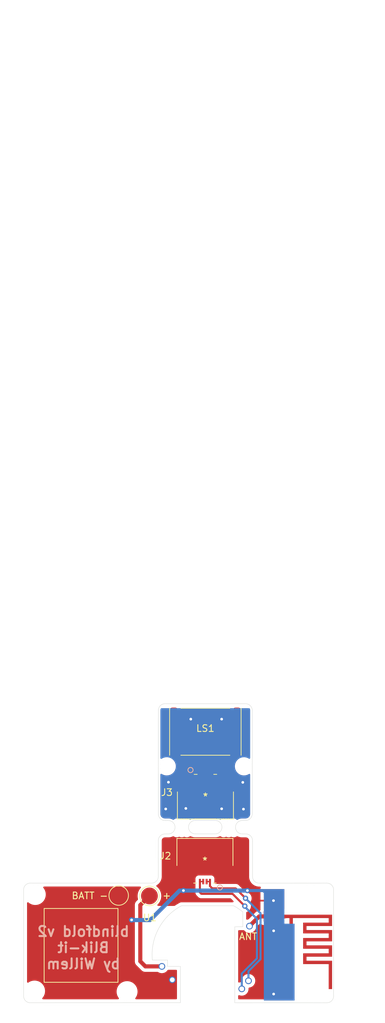
<source format=kicad_pcb>
(kicad_pcb (version 20211014) (generator pcbnew)
  (layers (0 "F.Cu" signal) (31 "B.Cu" signal) (34 "B.Paste" user) (35 "F.Paste" user) (36 "B.SilkS" user "B.Silkscreen") (37 "F.SilkS" user "F.Silkscreen") (38 "B.Mask" user) (39 "F.Mask" user) (44 "Edge.Cuts" user))
  (net 0 "")
  (net 1 "/BT_SPK-")
  (net 2 "/BT_SPK+")
  (net 3 "/SPK-")
  (net 4 "/SPK+")
  (net 5 "/BATT+")
  (net 6 "GND")
  (net 7 "Net-(U1-Pad1)")
  (net 8 "GND2")
  (footprint "Audio_Module:bt_player" (layer "F.Cu") (at 154.184147 115.488923 180)
    (fp_text reference "U1" (at 8.6 5.5) (layer "F.SilkS"))
    (fp_text value "bt_player")
    (fp_text user "ANT" (at -6.05 2.7) (layer "F.SilkS"))
    (pad "1" thru_hole circle locked (at -6.25 4.25 180) (size 1 1) (drill 0.7) (layers *.Cu *.Mask) (net 7 "Net-(U1-Pad1)"))
    (pad "2" thru_hole circle locked (at -6.1 -3.9 180) (size 1 1) (drill 0.7) (layers *.Cu *.Mask) (net 2 "/BT_SPK+"))
    (pad "3" thru_hole circle locked (at -5.1 -5.1 180) (size 1 1) (drill 0.7) (layers *.Cu *.Mask) (net 1 "/BT_SPK-"))
    (pad "4" thru_hole circle locked (at 5.25 -3.75 180) (size 1 1) (drill 0.7) (layers *.Cu *.Mask) (net 6 "GND"))
    (pad "5" thru_hole circle locked (at 6.8 -1.75 180) (size 1 1) (drill 0.7) (layers *.Cu *.Mask) (net 5 "/BATT+"))
  )
  (footprint "MountingHole:MountingHole_2.1mm_smallCntry" (layer "F.Cu") (at 128.524 106.5276)
    (fp_text reference "H1" hide)
    (fp_text value "MountingHole")
    (pad "" np_thru_hole circle (at 0 0) (size 2.1 2.1) (drill 2.1) (layers *.Cu *.Mask))
  )
  (footprint "MountingHole:MountingHole_2.1mm_smallCntry" (layer "F.Cu") (at 128.41732 120.91416)
    (fp_text reference "H2" hide)
    (fp_text value "MountingHole")
    (pad "" np_thru_hole circle (at 0 0) (size 2.1 2.1) (drill 2.1) (layers *.Cu *.Mask))
  )
  (footprint "MountingHole:MountingHole_2.1mm_smallCntry" (layer "F.Cu") (at 159.6136 87.4268)
    (fp_text reference "H3" hide)
    (fp_text value "MountingHole")
    (pad "" np_thru_hole circle (at 0 0) (size 2.1 2.1) (drill 2.1) (layers *.Cu *.Mask))
  )
  (footprint "MountingHole:MountingHole_2.1mm_smallCntry" (layer "F.Cu") (at 148.1074 87.4268)
    (fp_text reference "H4" hide)
    (fp_text value "MountingHole")
    (pad "" np_thru_hole circle (at 0 0) (size 2.1 2.1) (drill 2.1) (layers *.Cu *.Mask))
  )
  (footprint "MountingHole:MountingHole_2.1mm_smallCntry" (layer "F.Cu") (at 169.4688 106.426)
    (fp_text reference "H7" hide)
    (fp_text value "MountingHole")
    (pad "" np_thru_hole circle (at 0 0) (size 2.1 2.1) (drill 2.1) (layers *.Cu *.Mask))
  )
  (footprint "MountingHole:MountingHole_2.1mm_smallCntry" (layer "F.Cu") (at 169.45 120.98)
    (fp_text reference "H9" hide)
    (fp_text value "MountingHole")
    (pad "" np_thru_hole circle (at 0 0) (size 2.1 2.1) (drill 2.1) (layers *.Cu *.Mask))
  )
  (footprint "MountingHole:MountingHole_2.1mm_smallCntry" (layer "F.Cu") (at 142.19936 121.00052)
    (fp_text reference "H10" hide)
    (fp_text value "MountingHole")
    (pad "" np_thru_hole circle (at 0 0) (size 2.1 2.1) (drill 2.1) (layers *.Cu *.Mask))
  )
  (footprint "TestPoint:TestPoint_Pad_D2.5mm" (layer "F.Cu") (at 145.53 106.74)
    (fp_text reference "TP1" hide)
    (fp_text value "TestPoint" hide)
    (fp_circle (center 0 0) (end 0 1.45) (layer "F.SilkS") (width 0.12) (fill none))
    (pad "1" smd circle (at 0 0) (size 2.5 2.5) (layers "F.Cu" "F.Mask") (net 5 "/BATT+"))
  )
  (footprint "TestPoint:TestPoint_Pad_D2.5mm" (layer "F.Cu") (at 140.95 106.68)
    (fp_text reference "TP2" hide)
    (fp_text value "TestPoint" hide)
    (fp_circle (center 0 0) (end 0 1.45) (layer "F.SilkS") (width 0.12) (fill none))
    (pad "1" smd circle (at 0 0) (size 2.5 2.5) (layers "F.Cu" "F.Mask") (net 6 "GND"))
  )
  (footprint "Connector_Molex:Molex_Easy-On_527450633-FPC-1x04-P0.5mm" (layer "F.Cu") (at 153.8732 91.948)
    (fp_text reference "J3" (at -5.7404 -0.635) (layer "F.SilkS"))
    (fp_text value "ZF1-04-02-T-WT" hide)
    (fp_text user "*" (at 0 0) (layer "F.SilkS"))
    (fp_circle (center -2.225 -3.975) (end -1.844 -3.975) (layer "B.SilkS") (width 0.12) (fill none))
    (fp_line (start -4.1736 3.3274) (end 4.1736 3.3274) (layer "F.SilkS") (width 0.12))
    (fp_line (start -1.23514 -3.3274) (end -1.681366 -3.3274) (layer "F.SilkS") (width 0.12))
    (fp_line (start -4.1736 -0.71276) (end -4.1736 3.3274) (layer "F.SilkS") (width 0.12))
    (fp_line (start 4.1736 3.3274) (end 4.1736 -0.71276) (layer "F.SilkS") (width 0.12))
    (fp_line (start 1.681366 -3.3274) (end 1.23514 -3.3274) (layer "F.SilkS") (width 0.12))
    (fp_circle (center -2.225 -3.975) (end -1.844 -3.975) (layer "F.SilkS") (width 0.12) (fill none))
    (pad "1" smd rect locked (at -0.75 -3.1004) (size 0.3048 0.8128) (layers "F.Cu" "F.Paste" "F.Mask") (net 3 "/SPK-"))
    (pad "2" smd rect locked (at -0.250001 -3.1004) (size 0.3048 0.8128) (layers "F.Cu" "F.Paste" "F.Mask") (net 3 "/SPK-"))
    (pad "3" smd rect locked (at 0.25 -3.1004) (size 0.3048 0.8128) (layers "F.Cu" "F.Paste" "F.Mask") (net 4 "/SPK+"))
    (pad "4" smd rect locked (at 0.75 -3.1004) (size 0.3048 0.8128) (layers "F.Cu" "F.Paste" "F.Mask") (net 4 "/SPK+"))
    (pad "5" smd custom locked (at -3.8519 -2.16265) (size 1.0838 2.1853) (layers "F.Cu" "F.Paste" "F.Mask") (net 8 "GND2") (options (clearance outline) (anchor rect)) (primitives (gr_poly (pts (xy 1.8619 1.99265) (xy 0.5419 1.99265) (xy 0.5419 1.09265) (xy -0.5419 1.09265) (xy -0.5419 -1.09265) (xy 1.8619 -1.09265)) (width 0.2) (fill yes))))
    (pad "6" smd custom locked (at 3.2 -2.1504) (size 2.3876 2.2098) (layers "F.Cu" "F.Paste" "F.Mask") (net 8 "GND2") (options (clearance outline) (anchor rect)) (primitives (gr_poly (pts (xy 1.1938 1.1104) (xy 0.16 1.1104) (xy 0.16 2.0004) (xy -1.21 2.0004) (xy -1.21 -1.1049) (xy 1.1938 -1.1049)) (width 0.2) (fill yes))))
  )
  (footprint "Audio_Module:Iphone-speaker" (layer "F.Cu") (at 153.859992 82.2706)
    (fp_text reference "LS1" (at 0 -0.5 unlocked) (layer "F.SilkS"))
    (fp_text value "Speaker")
    (fp_line (start -5.325 -3.5) (end -5.325 3.5) (layer "F.SilkS") (width 0.12))
    (fp_line (start -3.65 -3.5) (end 3.65 -3.5) (layer "F.SilkS") (width 0.12))
    (fp_line (start 5.325 -3.5) (end 5.325 3.5) (layer "F.SilkS") (width 0.12))
    (fp_line (start -3.65 3.5) (end 3.65 3.5) (layer "F.SilkS") (width 0.12))
    (pad "1" smd roundrect (at -4.7 0) (size 1 7.2) (layers "F.Cu" "F.Paste" "F.Mask") (net 3 "/SPK-"))
    (pad "2" smd roundrect (at 4.7 0) (size 1 7.2) (layers "F.Cu" "F.Paste" "F.Mask") (net 4 "/SPK+"))
  )
  (footprint "Panelization:mouse-bite-2mm-slot" (layer "F.Cu") (at 157.3375 96.4912)
    (fp_text reference "mouse-bite-2mm-slot" hide)
    (fp_text value "VAL**" hide)
    (pad "" np_thru_hole circle (at 0.75 -0.75) (size 0.5 0.5) (drill 0.5) (layers *.Cu *.Mask))
    (pad "" np_thru_hole circle (at 0 -0.75) (size 0.5 0.5) (drill 0.5) (layers *.Cu *.Mask))
    (pad "" np_thru_hole circle (at -0.75 -0.75) (size 0.5 0.5) (drill 0.5) (layers *.Cu *.Mask))
    (pad "" np_thru_hole circle (at 0 0.75) (size 0.5 0.5) (drill 0.5) (layers *.Cu *.Mask))
    (pad "" np_thru_hole circle (at 0.75 0.75) (size 0.5 0.5) (drill 0.5) (layers *.Cu *.Mask))
    (pad "" np_thru_hole circle (at -0.75 0.75) (size 0.5 0.5) (drill 0.5) (layers *.Cu *.Mask))
  )
  (footprint "Antennas:AN91445" (layer "F.Cu") (at 167.65999 114.01999 -90)
    (fp_text reference "U2" hide)
    (fp_text value "AN91445" hide)
    (fp_poly (pts (xy -5.334 5.08) (xy -8.297333 5.08) (xy -8.297333 2.032) (xy -5.334 2.032) (xy -5.334 5.08)) (layer "F.Cu") (width 0.01) (fill solid))
    (fp_poly (pts (xy 8.297333 5.086) (xy -8.297333 5.086) (xy -8.297333 2.038) (xy -3.132667 2.038) (xy -3.132667 0.514) (xy 8.297333 0.514) (xy 8.297333 5.086)) (layer "B.Cu") (width 0.01) (fill solid))
    (pad "1" smd custom (at -4.23 4.61 270) (size 1.54 1.025) (layers "F.Cu" "F.Paste") (net 7 "Net-(U1-Pad1)") (options (clearance outline) (anchor rect)) (primitives (gr_poly (pts (xy 1.436 -5.88) (xy 2.028667 -5.88) (xy 2.028667 -9.69) (xy 3.722 -9.69) (xy 3.722 -5.88) (xy 4.314667 -5.88) (xy 4.314667 -9.69) (xy 6.008 -9.69) (xy 6.008 -5.88) (xy 6.600667 -5.88) (xy 6.600667 -9.69) (xy 10.834 -9.69) (xy 10.834 -9.182) (xy 7.108667 -9.182) (xy 7.108667 -5.372) (xy 5.5 -5.372) (xy 5.5 -9.182) (xy 4.822667 -9.182) (xy 4.822667 -5.372) (xy 3.214 -5.372) (xy 3.214 -9.182) (xy 2.536667 -9.182) (xy 2.536667 -5.372) (xy 0.928 -5.372) (xy 0.928 -9.182) (xy 0.250667 -9.182) (xy 0.250667 -3.848) (xy 7.193333 -3.848) (xy 7.193333 -3.34) (xy 0.250667 -3.34) (xy 0.250667 -2.956586) (xy 0.322027 -2.514985) (xy 0.504667 -2.070001) (xy 0.613118 -1.844974) (xy 0.685355 -1.651755) (xy 0.728695 -1.446501) (xy 0.750459 -1.185372) (xy 0.757963 -0.824526) (xy 0.758667 -0.548415) (xy 0.77 0.5125) (xy -0.77 0.5125) (xy -0.765333 -0.506082) (xy -0.762428 -0.937228) (xy -0.748472 -1.24484) (xy -0.715608 -1.474687) (xy -0.655975 -1.672536) (xy -0.561715 -1.884156) (xy -0.511333 -1.985334) (xy -0.257333 -2.488505) (xy -0.257333 -9.69) (xy 1.436 -9.69) (xy 1.436 -5.88)) (width 0) (fill yes))))
    (pad "2" smd rect (at 2.582333 3.556 270) (size 11.429999 3.048) (layers "F.Cu" "F.Paste" "F.Mask") (net 6 "GND"))
  )
  (footprint "Panelization:mouse-bite-2mm-slot" (layer "F.Cu") (at 150.3513 96.4914)
    (fp_text reference "mouse-bite-2mm-slot" hide)
    (fp_text value "VAL**" hide)
    (pad "" np_thru_hole circle (at 0 0.75) (size 0.5 0.5) (drill 0.5) (layers *.Cu *.Mask))
    (pad "" np_thru_hole circle (at 0.75 0.75) (size 0.5 0.5) (drill 0.5) (layers *.Cu *.Mask))
    (pad "" np_thru_hole circle (at -0.75 -0.75) (size 0.5 0.5) (drill 0.5) (layers *.Cu *.Mask))
    (pad "" np_thru_hole circle (at 0.75 -0.75) (size 0.5 0.5) (drill 0.5) (layers *.Cu *.Mask))
    (pad "" np_thru_hole circle (at -0.75 0.75) (size 0.5 0.5) (drill 0.5) (layers *.Cu *.Mask))
    (pad "" np_thru_hole circle (at 0 -0.75) (size 0.5 0.5) (drill 0.5) (layers *.Cu *.Mask))
  )
  (footprint "Connector_Molex:Molex_Easy-On_527450633-FPC-1x04-P0.5mm" (layer "F.Cu") (at 153.797 101.4984 180)
    (fp_text reference "J2" (at 5.8928 0.7112 180) (layer "F.SilkS"))
    (fp_text value "ZF1-04-02-T-WT" hide)
    (fp_text user "*" (at 0 0 180) (layer "F.SilkS"))
    (fp_circle (center -2.225 -3.975) (end -1.844 -3.975) (layer "B.SilkS") (width 0.12) (fill none))
    (fp_line (start 4.1736 3.3274) (end 4.1736 -0.71276) (layer "F.SilkS") (width 0.12))
    (fp_line (start -4.1736 3.3274) (end 4.1736 3.3274) (layer "F.SilkS") (width 0.12))
    (fp_line (start -1.23514 -3.3274) (end -1.681366 -3.3274) (layer "F.SilkS") (width 0.12))
    (fp_line (start 1.681366 -3.3274) (end 1.23514 -3.3274) (layer "F.SilkS") (width 0.12))
    (fp_line (start -4.1736 -0.71276) (end -4.1736 3.3274) (layer "F.SilkS") (width 0.12))
    (fp_circle (center -2.225 -3.975) (end -1.844 -3.975) (layer "F.SilkS") (width 0.12) (fill none))
    (pad "1" smd rect locked (at -0.75 -3.1004 180) (size 0.3048 0.8128) (layers "F.Cu" "F.Paste" "F.Mask") (net 2 "/BT_SPK+"))
    (pad "2" smd rect locked (at -0.250001 -3.1004 180) (size 0.3048 0.8128) (layers "F.Cu" "F.Paste" "F.Mask") (net 2 "/BT_SPK+"))
    (pad "3" smd rect locked (at 0.25 -3.1004 180) (size 0.3048 0.8128) (layers "F.Cu" "F.Paste" "F.Mask") (net 1 "/BT_SPK-"))
    (pad "4" smd rect locked (at 0.75 -3.1004 180) (size 0.3048 0.8128) (layers "F.Cu" "F.Paste" "F.Mask") (net 1 "/BT_SPK-"))
    (pad "5" smd custom locked (at -3.8519 -2.16265 180) (size 1.0838 2.1853) (layers "F.Cu" "F.Paste" "F.Mask") (net 6 "GND") (options (clearance outline) (anchor rect)) (primitives (gr_poly (pts (xy 1.8619 1.99265) (xy 0.5419 1.99265) (xy 0.5419 1.09265) (xy -0.5419 1.09265) (xy -0.5419 -1.09265) (xy 1.8619 -1.09265)) (width 0.2) (fill yes))))
    (pad "6" smd custom locked (at 3.2 -2.1504 180) (size 2.3876 2.2098) (layers "F.Cu" "F.Paste" "F.Mask") (net 6 "GND") (options (clearance outline) (anchor rect)) (primitives (gr_poly (pts (xy 1.1938 1.1104) (xy 0.16 1.1104) (xy 0.16 2.0004) (xy -1.21 2.0004) (xy -1.21 -1.1049) (xy 1.1938 -1.1049)) (width 0.2) (fill yes))))
  )
  (gr_rect (start 129.8448 108.6104) (end 140.843 119.6086) (layer "F.SilkS") (width 0.12) (fill none))
  (gr_line (start 148.22932 116.30152) (end 145.965922 116.296169) (layer "Edge.Cuts") (width 0.05))
  (gr_line (start 148.22932 117.23624) (end 148.22932 116.30152) (layer "Edge.Cuts") (width 0.05))
  (gr_line (start 158.242 111.3282) (end 159.4358 111.3282) (layer "Edge.Cuts") (width 0.05))
  (gr_arc (start 161.89 104.835534) (mid 161.190064 104.55986) (end 160.89 103.87) (layer "Edge.Cuts") (width 0.05))
  (gr_line (start 146.852893 103.822893) (end 146.849307 98.492307) (layer "Edge.Cuts") (width 0.05))
  (gr_arc (start 159.3503 97.501298) (mid 158.350202 96.5012) (end 159.3503 95.5012) (layer "Edge.Cuts") (width 0.05))
  (gr_line (start 159.4358 111.3282) (end 159.435799 109.118401) (layer "Edge.Cuts") (width 0.05))
  (gr_line (start 152.3503 97.491449) (end 155.331972 97.4912) (layer "Edge.Cuts") (width 0.05))
  (gr_line (start 148.34 97.50105) (end 147.809991 97.50105) (layer "Edge.Cuts") (width 0.05))
  (gr_arc (start 146.849307 98.492307) (mid 147.128886 97.80212) (end 147.809991 97.50105) (layer "Edge.Cuts") (width 0.05))
  (gr_line (start 158.242 122.66) (end 158.242 111.3282) (layer "Edge.Cuts") (width 0.05))
  (gr_arc (start 172.9629 121.662901) (mid 172.670007 122.370008) (end 171.9629 122.662901) (layer "Edge.Cuts") (width 0.05))
  (gr_arc (start 159.8475 78.0916) (mid 160.554607 78.384493) (end 160.8475 79.0916) (layer "Edge.Cuts") (width 0.05))
  (gr_arc (start 127.789936 122.655674) (mid 127.09 122.38) (end 126.789936 121.69014) (layer "Edge.Cuts") (width 0.05))
  (gr_arc (start 148.3503 95.50286) (mid 149.349127 96.50715) (end 148.34 97.50105) (layer "Edge.Cuts") (width 0.05))
  (gr_line (start 127.751103 104.82895) (end 145.852893 104.82895) (layer "Edge.Cuts") (width 0.05))
  (gr_line (start 159.89 97.5012) (end 159.3503 97.501298) (layer "Edge.Cuts") (width 0.05))
  (gr_line (start 171.9629 122.662901) (end 158.242 122.66) (layer "Edge.Cuts") (width 0.05))
  (gr_line (start 148.22932 117.23624) (end 150.1394 117.23624) (layer "Edge.Cuts") (width 0.05))
  (gr_line (start 147.8575 78.0916) (end 159.8475 78.0916) (layer "Edge.Cuts") (width 0.05))
  (gr_line (start 150.31 108.2) (end 158.06 108.2) (layer "Edge.Cuts") (width 0.05))
  (gr_arc (start 145.965922 116.296169) (mid 146.907228 111.587723) (end 150.310001 108.200001) (layer "Edge.Cuts") (width 0.05))
  (gr_line (start 160.89 98.5012) (end 160.89 103.87) (layer "Edge.Cuts") (width 0.05))
  (gr_line (start 150.1394 117.23624) (end 150.1394 122.65152) (layer "Edge.Cuts") (width 0.05))
  (gr_arc (start 158.06 108.2) (mid 158.771003 108.624591) (end 159.435799 109.118401) (layer "Edge.Cuts") (width 0.05))
  (gr_line (start 152.3503 95.491351) (end 155.337572 95.491351) (layer "Edge.Cuts") (width 0.05))
  (gr_arc (start 160.8447 94.5012) (mid 160.551807 95.208307) (end 159.8447 95.5012) (layer "Edge.Cuts") (width 0.05))
  (gr_line (start 148.3503 95.50286) (end 147.8559 95.50286) (layer "Edge.Cuts") (width 0.05))
  (gr_arc (start 147.8559 95.50286) (mid 147.155921 95.227193) (end 146.8559 94.537326) (layer "Edge.Cuts") (width 0.05))
  (gr_arc (start 155.337572 95.491351) (mid 156.337545 96.4941) (end 155.331972 97.4912) (layer "Edge.Cuts") (width 0.05))
  (gr_line (start 172.9629 105.827119) (end 172.9629 121.662901) (layer "Edge.Cuts") (width 0.05))
  (gr_line (start 161.89 104.835534) (end 171.962893 104.827107) (layer "Edge.Cuts") (width 0.05))
  (gr_line (start 159.8447 95.5012) (end 159.3503 95.5012) (layer "Edge.Cuts") (width 0.05))
  (gr_line (start 146.8575 79.0916) (end 146.8559 94.537326) (layer "Edge.Cuts") (width 0.05))
  (gr_arc (start 159.89 97.5012) (mid 160.597107 97.794093) (end 160.89 98.5012) (layer "Edge.Cuts") (width 0.05))
  (gr_arc (start 146.8575 79.0916) (mid 147.150393 78.384493) (end 147.8575 78.0916) (layer "Edge.Cuts") (width 0.05))
  (gr_arc (start 171.962893 104.827107) (mid 172.67 105.12) (end 172.962893 105.827107) (layer "Edge.Cuts") (width 0.05))
  (gr_arc (start 146.852893 103.822893) (mid 146.560367 104.532146) (end 145.852893 104.82895) (layer "Edge.Cuts") (width 0.05))
  (gr_line (start 160.8475 79.0916) (end 160.8447 94.5012) (layer "Edge.Cuts") (width 0.05))
  (gr_arc (start 152.3503 97.491449) (mid 151.350251 96.4914) (end 152.3503 95.491351) (layer "Edge.Cuts") (width 0.05))
  (gr_line (start 126.789936 121.69014) (end 126.790425 105.82021) (layer "Edge.Cuts") (width 0.05))
  (gr_arc (start 126.790425 105.82021) (mid 127.065467 105.125617) (end 127.751103 104.82895) (layer "Edge.Cuts") (width 0.05))
  (gr_line (start 150.1394 122.65152) (end 127.78994 122.655686) (layer "Edge.Cuts") (width 0.05))
  (gr_text "blindfold v2\nBlik-it\nby Willem" (at 135.6868 114.4524) (layer "B.SilkS") (effects (font (size 1.5 1.5) (thickness 0.3)) (justify mirror)))
  (gr_text "BATT -" (at 136.652 106.7054) (layer "F.SilkS") (effects (font (size 1 1))))
  (gr_text "+" (at 148.1074 106.68) (layer "F.SilkS") (effects (font (size 1 1))))
  (segment (start 153.047 104.5988) (end 153.547 104.5988) (width 0.2) (layer "F.Cu") (net 1))
  (segment (start 159.7406 108.2548) (end 157.9118 106.426) (width 0.3048) (layer "F.Cu") (net 1))
  (segment (start 157.9118 106.426) (end 153.2636 106.426) (width 0.3048) (layer "F.Cu") (net 1))
  (segment (start 153.047 106.2094) (end 153.047 104.5584) (width 0.3048) (layer "F.Cu") (net 1))
  (segment (start 153.2636 106.426) (end 153.047 106.2094) (width 0.3048) (layer "F.Cu") (net 1))
  (via (at 159.7406 108.2548) (size 0.8) (drill 0.4) (layers "F.Cu" "B.Cu") (net 1))
  (segment (start 159.7406 108.3564) (end 161.544 110.1598) (width 0.3048) (layer "B.Cu") (net 1))
  (segment (start 159.284151 118.312449) (end 159.284151 120.58892) (width 0.3048) (layer "B.Cu") (net 1))
  (segment (start 161.544 116.0526) (end 159.284151 118.312449) (width 0.3048) (layer "B.Cu") (net 1))
  (segment (start 161.544 110.1598) (end 161.544 116.0526) (width 0.3048) (layer "B.Cu") (net 1))
  (segment (start 159.7406 108.2548) (end 159.7406 108.3564) (width 0.3048) (layer "B.Cu") (net 1))
  (segment (start 158.369 105.6132) (end 159.8422 107.0864) (width 0.3048) (layer "F.Cu") (net 2))
  (segment (start 154.547 105.271) (end 154.8892 105.6132) (width 0.3048) (layer "F.Cu") (net 2))
  (segment (start 154.547 104.5988) (end 154.047001 104.5988) (width 0.2) (layer "F.Cu") (net 2))
  (segment (start 154.547 104.9916) (end 154.547 105.271) (width 0.3048) (layer "F.Cu") (net 2))
  (segment (start 154.8892 105.6132) (end 158.369 105.6132) (width 0.3048) (layer "F.Cu") (net 2))
  (via (at 159.8422 107.0864) (size 0.8) (drill 0.4) (layers "F.Cu" "B.Cu") (net 2))
  (segment (start 160.284151 117.958349) (end 162.0774 116.1651) (width 0.3048) (layer "B.Cu") (net 2))
  (segment (start 162.0774 109.3216) (end 159.8422 107.0864) (width 0.3048) (layer "B.Cu") (net 2))
  (segment (start 162.0774 116.1651) (end 162.0774 109.3216) (width 0.3048) (layer "B.Cu") (net 2))
  (segment (start 160.284151 119.38892) (end 160.284151 117.958349) (width 0.3048) (layer "B.Cu") (net 2))
  (segment (start 153.162 86.7156) (end 153.4414 86.7156) (width 0.3048) (layer "F.Cu") (net 3))
  (segment (start 153.4414 86.7156) (end 153.623199 86.897399) (width 0.3048) (layer "F.Cu") (net 3))
  (segment (start 153.0978 86.729) (end 153.1112 86.7156) (width 0.2) (layer "F.Cu") (net 3))
  (segment (start 153.162 86.7156) (end 153.162 84.4042) (width 0.4572) (layer "F.Cu") (net 3))
  (segment (start 153.623199 86.897399) (end 153.623199 88.8476) (width 0.3048) (layer "F.Cu") (net 3))
  (segment (start 153.1232 88.8476) (end 153.0978 88.8222) (width 0.3048) (layer "F.Cu") (net 3))
  (segment (start 153.162 84.4042) (end 151.1654 82.4076) (width 0.4572) (layer "F.Cu") (net 3))
  (segment (start 151.1654 82.4076) (end 149.16 82.4076) (width 0.4572) (layer "F.Cu") (net 3))
  (segment (start 153.0978 88.8222) (end 153.0978 86.729) (width 0.3048) (layer "F.Cu") (net 3))
  (segment (start 153.1112 86.7156) (end 153.162 86.7156) (width 0.2) (layer "F.Cu") (net 3))
  (segment (start 154.5336 84.4296) (end 156.5556 82.4076) (width 0.4572) (layer "F.Cu") (net 4))
  (segment (start 154.5336 86.6394) (end 154.5336 84.4296) (width 0.4572) (layer "F.Cu") (net 4))
  (segment (start 154.5336 86.6394) (end 154.6232 86.729) (width 0.3048) (layer "F.Cu") (net 4))
  (segment (start 154.5336 86.6394) (end 154.2796 86.6394) (width 0.3048) (layer "F.Cu") (net 4))
  (segment (start 154.1232 86.7958) (end 154.1232 88.8476) (width 0.3048) (layer "F.Cu") (net 4))
  (segment (start 154.2796 86.6394) (end 154.1232 86.7958) (width 0.3048) (layer "F.Cu") (net 4))
  (segment (start 156.5556 82.4076) (end 158.56 82.4076) (width 0.4572) (layer "F.Cu") (net 4))
  (segment (start 154.6232 86.729) (end 154.6232 88.8476) (width 0.3048) (layer "F.Cu") (net 4))
  (segment (start 144.1704 116.4844) (end 144.1704 108.0996) (width 0.6096) (layer "F.Cu") (net 5))
  (segment (start 147.384151 117.23892) (end 144.92492 117.23892) (width 0.6096) (layer "F.Cu") (net 5))
  (segment (start 144.92492 117.23892) (end 144.1704 116.4844) (width 0.6096) (layer "F.Cu") (net 5))
  (segment (start 144.1704 108.0996) (end 145.53 106.74) (width 0.6096) (layer "F.Cu") (net 5))
  (segment (start 142.84452 108.12452) (end 141.4 106.68) (width 0.6096) (layer "F.Cu") (net 6))
  (segment (start 161.6456 121.3612) (end 164.0332 121.3612) (width 0.25) (layer "F.Cu") (net 6))
  (segment (start 145.21296 119.23892) (end 142.84452 116.87048) (width 0.6096) (layer "F.Cu") (net 6))
  (segment (start 159.2748 103.6488) (end 160.125 104.499) (width 0.25) (layer "F.Cu") (net 6))
  (segment (start 150.5932 105.94) (end 150.5932 103.6526) (width 0.25) (layer "F.Cu") (net 6))
  (segment (start 142.875 110.315) (end 142.84452 110.34548) (width 0.6096) (layer "F.Cu") (net 6))
  (segment (start 142.875 110.3122) (end 142.875 110.315) (width 0.6096) (layer "F.Cu") (net 6))
  (segment (start 142.84452 116.87048) (end 142.84452 110.34548) (width 0.6096) (layer "F.Cu") (net 6))
  (segment (start 160.125 104.499) (end 160.125 105.94) (width 0.25) (layer "F.Cu") (net 6))
  (segment (start 150.597 105.9362) (end 150.5932 105.94) (width 0.25) (layer "F.Cu") (net 6))
  (segment (start 164.01 107.44) (end 161.6222 107.44) (width 0.25) (layer "F.Cu") (net 6))
  (segment (start 142.84452 110.34548) (end 142.84452 108.12452) (width 0.6096) (layer "F.Cu") (net 6))
  (segment (start 161.6222 107.44) (end 161.5714 107.44) (width 0.25) (layer "F.Cu") (net 6))
  (segment (start 156.997 103.6488) (end 159.2748 103.6488) (width 0.25) (layer "F.Cu") (net 6))
  (segment (start 148.934151 119.23892) (end 145.21296 119.23892) (width 0.6096) (layer "F.Cu") (net 6))
  (via (at 164.0332 121.3612) (size 0.8) (drill 0.4) (layers "F.Cu" "B.Cu") (net 6))
  (via (at 164.01 107.44) (size 0.8) (drill 0.4) (layers "F.Cu" "B.Cu") (net 6))
  (via (at 160.125 105.94) (size 0.8) (drill 0.4) (layers "F.Cu" "B.Cu") (net 6))
  (via (at 142.875 110.3122) (size 0.8) (drill 0.4) (layers "F.Cu" "B.Cu") (net 6))
  (via (at 150.5932 105.94) (size 0.8) (drill 0.4) (layers "F.Cu" "B.Cu") (net 6))
  (via (at 164.0332 111.9378) (size 0.8) (drill 0.4) (layers "F.Cu" "B.Cu") (net 6))
  (segment (start 150.03 105.94) (end 150.5932 105.94) (width 0.6096) (layer "B.Cu") (net 6))
  (segment (start 142.875 110.3122) (end 142.9028 110.34) (width 0.6096) (layer "B.Cu") (net 6))
  (segment (start 142.9028 110.34) (end 145.63 110.34) (width 0.6096) (layer "B.Cu") (net 6))
  (segment (start 160.125 105.94) (end 162.51 105.94) (width 0.4572) (layer "B.Cu") (net 6))
  (segment (start 164.0332 121.3612) (end 164.0332 111.9378) (width 0.25) (layer "B.Cu") (net 6))
  (segment (start 150.5932 105.94) (end 160.125 105.94) (width 0.6096) (layer "B.Cu") (net 6))
  (segment (start 145.63 110.34) (end 150.03 105.94) (width 0.6096) (layer "B.Cu") (net 6))
  (segment (start 162.51 105.94) (end 164.01 107.44) (width 0.4572) (layer "B.Cu") (net 6))
  (segment (start 161.883081 109.78999) (end 163.04999 109.78999) (width 0.6096) (layer "F.Cu") (net 7))
  (segment (start 160.434151 111.23892) (end 161.883081 109.78999) (width 0.6096) (layer "F.Cu") (net 7))
  (segment (start 148.3614 89.789) (end 150.6646 89.789) (width 0.25) (layer "F.Cu") (net 8))
  (segment (start 148.37 89.7976) (end 148.3614 89.789) (width 0.25) (layer "F.Cu") (net 8))
  (segment (start 159.4358 89.8144) (end 157.09 89.8144) (width 0.25) (layer "F.Cu") (net 8))
  (via (at 151.6888 80.391) (size 0.8) (drill 0.4) (layers "F.Cu" "B.Cu") (net 8))
  (via (at 156.2862 93.7514) (size 0.8) (drill 0.4) (layers "F.Cu" "B.Cu") (net 8))
  (via (at 150.9522 93.7006) (size 0.8) (drill 0.4) (layers "F.Cu" "B.Cu") (net 8))
  (via (at 156.2862 80.391) (size 0.8) (drill 0.4) (layers "F.Cu" "B.Cu") (net 8))
  (via (at 147.955 93.7768) (size 0.8) (drill 0.4) (layers "F.Cu" "B.Cu") (net 8))
  (via (at 159.4358 89.8144) (size 0.8) (drill 0.4) (layers "F.Cu" "B.Cu") (net 8))
  (via (at 159.5374 93.8022) (size 0.8) (drill 0.4) (layers "F.Cu" "B.Cu") (net 8))
  (via (at 148.3614 89.789) (size 0.8) (drill 0.4) (layers "F.Cu" "B.Cu") (net 8))
  (zone (net 6) (net_name "GND") (layer "F.Cu") (connect_pads yes (clearance 0.508)) (min_thickness 0.254) (fill yes (thermal_gap 0.508) (thermal_bridge_width 0.508))
    (polygon (pts (xy 160.909 104.8258) (xy 165.6334 104.8258) (xy 165.6334 122.6566) (xy 158.1658 122.6566) (xy 158.242 111.3282) (xy 159.4358 111.3282) (xy 159.4358 108.2294) (xy 145.9738 108.2294) (xy 145.9738 116.2812) (xy 148.2598 116.3066) (xy 148.2598 117.2464) (xy 150.1394 117.2464) (xy 150.1648 122.6566) (xy 126.7968 122.6566) (xy 126.7714 104.8258) (xy 146.8628 104.8258) (xy 146.8628 97.5868) (xy 160.9344 97.5868)))
  )
  (zone (net 8) (net_name "GND2") (layers F&B.Cu) (name "GND") (connect_pads yes (clearance 0.3048)) (min_thickness 0.254) (fill yes (thermal_gap 0.508) (thermal_bridge_width 0.508))
    (polygon (pts (xy 160.8074 95.4786) (xy 146.8374 95.4786) (xy 146.8374 78.7654) (xy 160.8074 78.7654)))
  )
)
</source>
